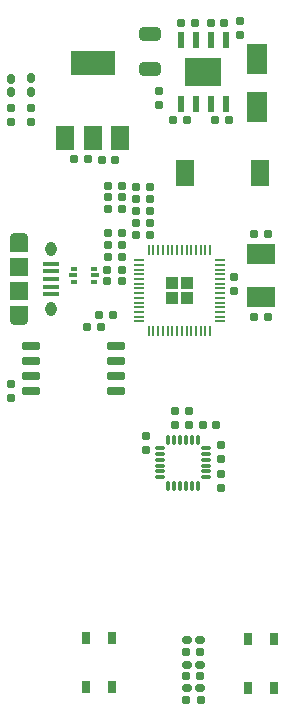
<source format=gbr>
%TF.GenerationSoftware,KiCad,Pcbnew,(6.0.0-0)*%
%TF.CreationDate,2022-01-13T06:26:06-05:00*%
%TF.ProjectId,piUAV,70695541-562e-46b6-9963-61645f706362,rev?*%
%TF.SameCoordinates,Original*%
%TF.FileFunction,Paste,Top*%
%TF.FilePolarity,Positive*%
%FSLAX46Y46*%
G04 Gerber Fmt 4.6, Leading zero omitted, Abs format (unit mm)*
G04 Created by KiCad (PCBNEW (6.0.0-0)) date 2022-01-13 06:26:06*
%MOMM*%
%LPD*%
G01*
G04 APERTURE LIST*
G04 Aperture macros list*
%AMRoundRect*
0 Rectangle with rounded corners*
0 $1 Rounding radius*
0 $2 $3 $4 $5 $6 $7 $8 $9 X,Y pos of 4 corners*
0 Add a 4 corners polygon primitive as box body*
4,1,4,$2,$3,$4,$5,$6,$7,$8,$9,$2,$3,0*
0 Add four circle primitives for the rounded corners*
1,1,$1+$1,$2,$3*
1,1,$1+$1,$4,$5*
1,1,$1+$1,$6,$7*
1,1,$1+$1,$8,$9*
0 Add four rect primitives between the rounded corners*
20,1,$1+$1,$2,$3,$4,$5,0*
20,1,$1+$1,$4,$5,$6,$7,0*
20,1,$1+$1,$6,$7,$8,$9,0*
20,1,$1+$1,$8,$9,$2,$3,0*%
G04 Aperture macros list end*
%ADD10RoundRect,0.160000X-0.160000X0.197500X-0.160000X-0.197500X0.160000X-0.197500X0.160000X0.197500X0*%
%ADD11RoundRect,0.155000X0.212500X0.155000X-0.212500X0.155000X-0.212500X-0.155000X0.212500X-0.155000X0*%
%ADD12RoundRect,0.160000X0.222500X0.160000X-0.222500X0.160000X-0.222500X-0.160000X0.222500X-0.160000X0*%
%ADD13RoundRect,0.160000X0.197500X0.160000X-0.197500X0.160000X-0.197500X-0.160000X0.197500X-0.160000X0*%
%ADD14RoundRect,0.155000X-0.212500X-0.155000X0.212500X-0.155000X0.212500X0.155000X-0.212500X0.155000X0*%
%ADD15RoundRect,0.160000X-0.197500X-0.160000X0.197500X-0.160000X0.197500X0.160000X-0.197500X0.160000X0*%
%ADD16R,1.800000X2.500000*%
%ADD17RoundRect,0.160000X0.160000X-0.197500X0.160000X0.197500X-0.160000X0.197500X-0.160000X-0.197500X0*%
%ADD18R,0.650000X1.050000*%
%ADD19RoundRect,0.155000X-0.155000X0.212500X-0.155000X-0.212500X0.155000X-0.212500X0.155000X0.212500X0*%
%ADD20RoundRect,0.250000X0.292217X-0.292217X0.292217X0.292217X-0.292217X0.292217X-0.292217X-0.292217X0*%
%ADD21RoundRect,0.050000X0.050000X-0.387500X0.050000X0.387500X-0.050000X0.387500X-0.050000X-0.387500X0*%
%ADD22RoundRect,0.050000X0.387500X-0.050000X0.387500X0.050000X-0.387500X0.050000X-0.387500X-0.050000X0*%
%ADD23RoundRect,0.160000X0.160000X-0.222500X0.160000X0.222500X-0.160000X0.222500X-0.160000X-0.222500X0*%
%ADD24RoundRect,0.075000X0.075000X-0.350000X0.075000X0.350000X-0.075000X0.350000X-0.075000X-0.350000X0*%
%ADD25RoundRect,0.075000X0.350000X0.075000X-0.350000X0.075000X-0.350000X-0.075000X0.350000X-0.075000X0*%
%ADD26RoundRect,0.150000X0.650000X0.150000X-0.650000X0.150000X-0.650000X-0.150000X0.650000X-0.150000X0*%
%ADD27R,1.500000X2.000000*%
%ADD28R,3.800000X2.000000*%
%ADD29RoundRect,0.155000X0.155000X-0.212500X0.155000X0.212500X-0.155000X0.212500X-0.155000X-0.212500X0*%
%ADD30R,2.400000X1.700000*%
%ADD31RoundRect,0.250000X0.650000X-0.325000X0.650000X0.325000X-0.650000X0.325000X-0.650000X-0.325000X0*%
%ADD32R,0.599999X1.450000*%
%ADD33R,3.099999X2.400000*%
%ADD34R,1.500000X2.200000*%
%ADD35R,0.500000X0.375000*%
%ADD36R,0.650000X0.300000*%
%ADD37O,0.950000X1.250000*%
%ADD38O,1.550000X0.890000*%
%ADD39R,1.350000X0.400000*%
%ADD40R,1.550000X1.200000*%
%ADD41R,1.550000X1.500000*%
G04 APERTURE END LIST*
D10*
%TO.C,R14*%
X112400000Y-58302500D03*
X112400000Y-59497500D03*
%TD*%
D11*
%TO.C,C3*%
X120117500Y-69850000D03*
X118982500Y-69850000D03*
%TD*%
D12*
%TO.C,D2*%
X126752500Y-105400000D03*
X125607500Y-105400000D03*
%TD*%
D13*
%TO.C,R6*%
X125800000Y-83950000D03*
X124605000Y-83950000D03*
%TD*%
D14*
%TO.C,C21*%
X127632500Y-51050000D03*
X128767500Y-51050000D03*
%TD*%
D11*
%TO.C,C10*%
X120117500Y-64850000D03*
X118982500Y-64850000D03*
%TD*%
D15*
%TO.C,R8*%
X125102500Y-51050000D03*
X126297500Y-51050000D03*
%TD*%
D16*
%TO.C,D6*%
X131600000Y-58150000D03*
X131600000Y-54150000D03*
%TD*%
D17*
%TO.C,R5*%
X129600000Y-73747500D03*
X129600000Y-72552500D03*
%TD*%
D12*
%TO.C,D1*%
X126745000Y-103300000D03*
X125600000Y-103300000D03*
%TD*%
D17*
%TO.C,R15*%
X123250000Y-57997500D03*
X123250000Y-56802500D03*
%TD*%
D18*
%TO.C,SW2*%
X117125000Y-107275000D03*
X117125000Y-103125000D03*
X119275000Y-107275000D03*
X119275000Y-103125000D03*
%TD*%
D13*
%TO.C,R3*%
X119347500Y-75800000D03*
X118152500Y-75800000D03*
%TD*%
D11*
%TO.C,C19*%
X128120000Y-85100000D03*
X126985000Y-85100000D03*
%TD*%
D18*
%TO.C,SW1*%
X130825000Y-107375000D03*
X130825000Y-103225000D03*
X132975000Y-103225000D03*
X132975000Y-107375000D03*
%TD*%
D11*
%TO.C,C1*%
X120117500Y-68850000D03*
X118982500Y-68850000D03*
%TD*%
%TO.C,C7*%
X120117500Y-66850000D03*
X118982500Y-66850000D03*
%TD*%
%TO.C,C13*%
X132467500Y-68900000D03*
X131332500Y-68900000D03*
%TD*%
%TO.C,C16*%
X117217500Y-62632500D03*
X116082500Y-62632500D03*
%TD*%
D14*
%TO.C,C5*%
X121332500Y-68000000D03*
X122467500Y-68000000D03*
%TD*%
D19*
%TO.C,C14*%
X110700000Y-81682500D03*
X110700000Y-82817500D03*
%TD*%
D20*
%TO.C,U1*%
X124362500Y-73112500D03*
X124362500Y-74387500D03*
X125637500Y-73112500D03*
X125637500Y-74387500D03*
D21*
X122400000Y-77187500D03*
X122800000Y-77187500D03*
X123200000Y-77187500D03*
X123600000Y-77187500D03*
X124000000Y-77187500D03*
X124400000Y-77187500D03*
X124800000Y-77187500D03*
X125200000Y-77187500D03*
X125600000Y-77187500D03*
X126000000Y-77187500D03*
X126400000Y-77187500D03*
X126800000Y-77187500D03*
X127200000Y-77187500D03*
X127600000Y-77187500D03*
D22*
X128437500Y-76350000D03*
X128437500Y-75950000D03*
X128437500Y-75550000D03*
X128437500Y-75150000D03*
X128437500Y-74750000D03*
X128437500Y-74350000D03*
X128437500Y-73950000D03*
X128437500Y-73550000D03*
X128437500Y-73150000D03*
X128437500Y-72750000D03*
X128437500Y-72350000D03*
X128437500Y-71950000D03*
X128437500Y-71550000D03*
X128437500Y-71150000D03*
D21*
X127600000Y-70312500D03*
X127200000Y-70312500D03*
X126800000Y-70312500D03*
X126400000Y-70312500D03*
X126000000Y-70312500D03*
X125600000Y-70312500D03*
X125200000Y-70312500D03*
X124800000Y-70312500D03*
X124400000Y-70312500D03*
X124000000Y-70312500D03*
X123600000Y-70312500D03*
X123200000Y-70312500D03*
X122800000Y-70312500D03*
X122400000Y-70312500D03*
D22*
X121562500Y-71150000D03*
X121562500Y-71550000D03*
X121562500Y-71950000D03*
X121562500Y-72350000D03*
X121562500Y-72750000D03*
X121562500Y-73150000D03*
X121562500Y-73550000D03*
X121562500Y-73950000D03*
X121562500Y-74350000D03*
X121562500Y-74750000D03*
X121562500Y-75150000D03*
X121562500Y-75550000D03*
X121562500Y-75950000D03*
X121562500Y-76350000D03*
%TD*%
D13*
%TO.C,R11*%
X126777500Y-106400000D03*
X125582500Y-106400000D03*
%TD*%
%TO.C,R7*%
X125850000Y-85100000D03*
X124655000Y-85100000D03*
%TD*%
D23*
%TO.C,D5*%
X112400000Y-56920000D03*
X112400000Y-55775000D03*
%TD*%
D24*
%TO.C,U4*%
X124050000Y-90250000D03*
X124550000Y-90250000D03*
X125050000Y-90250000D03*
X125550000Y-90250000D03*
X126050000Y-90250000D03*
X126550000Y-90250000D03*
D25*
X127250000Y-89550000D03*
X127250000Y-89050000D03*
X127250000Y-88550000D03*
X127250000Y-88050000D03*
X127250000Y-87550000D03*
X127250000Y-87050000D03*
D24*
X126550000Y-86350000D03*
X126050000Y-86350000D03*
X125550000Y-86350000D03*
X125050000Y-86350000D03*
X124550000Y-86350000D03*
X124050000Y-86350000D03*
D25*
X123350000Y-87050000D03*
X123350000Y-87550000D03*
X123350000Y-88050000D03*
X123350000Y-88550000D03*
X123350000Y-89050000D03*
X123350000Y-89550000D03*
%TD*%
D19*
%TO.C,C23*%
X130100000Y-50932500D03*
X130100000Y-52067500D03*
%TD*%
D26*
%TO.C,U2*%
X119650000Y-82205000D03*
X119650000Y-80935000D03*
X119650000Y-79665000D03*
X119650000Y-78395000D03*
X112450000Y-78395000D03*
X112450000Y-79665000D03*
X112450000Y-80935000D03*
X112450000Y-82205000D03*
%TD*%
D15*
%TO.C,R16*%
X128002500Y-59250000D03*
X129197500Y-59250000D03*
%TD*%
D14*
%TO.C,C11*%
X121332500Y-65000000D03*
X122467500Y-65000000D03*
%TD*%
D11*
%TO.C,C15*%
X119567500Y-62650000D03*
X118432500Y-62650000D03*
%TD*%
D27*
%TO.C,U3*%
X115350000Y-60782500D03*
D28*
X117650000Y-54482500D03*
D27*
X117650000Y-60782500D03*
X119950000Y-60782500D03*
%TD*%
D29*
%TO.C,C17*%
X122150000Y-87217500D03*
X122150000Y-86082500D03*
%TD*%
D15*
%TO.C,R1*%
X118902500Y-72950000D03*
X120097500Y-72950000D03*
%TD*%
D30*
%TO.C,Y1*%
X131900000Y-74300000D03*
X131900000Y-70600000D03*
%TD*%
D11*
%TO.C,C8*%
X120117500Y-65850000D03*
X118982500Y-65850000D03*
%TD*%
D31*
%TO.C,C24*%
X122500000Y-54975000D03*
X122500000Y-52025000D03*
%TD*%
D13*
%TO.C,R10*%
X126770000Y-104300000D03*
X125575000Y-104300000D03*
%TD*%
D32*
%TO.C,U5*%
X128905000Y-52524999D03*
X127635000Y-52524999D03*
X126365000Y-52524999D03*
X125095000Y-52524999D03*
X125095000Y-57974998D03*
X126365000Y-57974998D03*
X127635000Y-57974998D03*
X128905000Y-57974998D03*
D33*
X127000000Y-55250000D03*
%TD*%
D10*
%TO.C,R13*%
X110700000Y-58302500D03*
X110700000Y-59497500D03*
%TD*%
D34*
%TO.C,L1*%
X131850000Y-63750000D03*
X125450000Y-63750000D03*
%TD*%
D15*
%TO.C,R4*%
X117202500Y-76850000D03*
X118397500Y-76850000D03*
%TD*%
D35*
%TO.C,U6*%
X117750000Y-72987500D03*
D36*
X117825000Y-72450000D03*
D35*
X117750000Y-71912500D03*
X116050000Y-71912500D03*
D36*
X115975000Y-72450000D03*
D35*
X116050000Y-72987500D03*
%TD*%
D13*
%TO.C,R12*%
X126787500Y-108400000D03*
X125592500Y-108400000D03*
%TD*%
D14*
%TO.C,C4*%
X121332500Y-69000000D03*
X122467500Y-69000000D03*
%TD*%
D11*
%TO.C,C12*%
X132467500Y-76000000D03*
X131332500Y-76000000D03*
%TD*%
D12*
%TO.C,D3*%
X126772500Y-107400000D03*
X125627500Y-107400000D03*
%TD*%
D19*
%TO.C,C20*%
X128500000Y-89282500D03*
X128500000Y-90417500D03*
%TD*%
D29*
%TO.C,C18*%
X128500000Y-87967500D03*
X128500000Y-86832500D03*
%TD*%
D37*
%TO.C,J1*%
X114100000Y-75250000D03*
X114100000Y-70250000D03*
D38*
X111400000Y-76250000D03*
X111400000Y-69250000D03*
D39*
X114100000Y-71450000D03*
X114100000Y-72100000D03*
X114100000Y-72750000D03*
X114100000Y-73400000D03*
X114100000Y-74050000D03*
D40*
X111400000Y-69850000D03*
D41*
X111400000Y-71750000D03*
D40*
X111400000Y-75650000D03*
D41*
X111400000Y-73750000D03*
%TD*%
D13*
%TO.C,R9*%
X125647500Y-59250000D03*
X124452500Y-59250000D03*
%TD*%
D14*
%TO.C,C6*%
X121332500Y-67000000D03*
X122467500Y-67000000D03*
%TD*%
D11*
%TO.C,C2*%
X120117500Y-70850000D03*
X118982500Y-70850000D03*
%TD*%
D14*
%TO.C,C9*%
X121332500Y-66000000D03*
X122467500Y-66000000D03*
%TD*%
D15*
%TO.C,R2*%
X118902500Y-71950000D03*
X120097500Y-71950000D03*
%TD*%
D23*
%TO.C,D4*%
X110700000Y-56922500D03*
X110700000Y-55777500D03*
%TD*%
M02*

</source>
